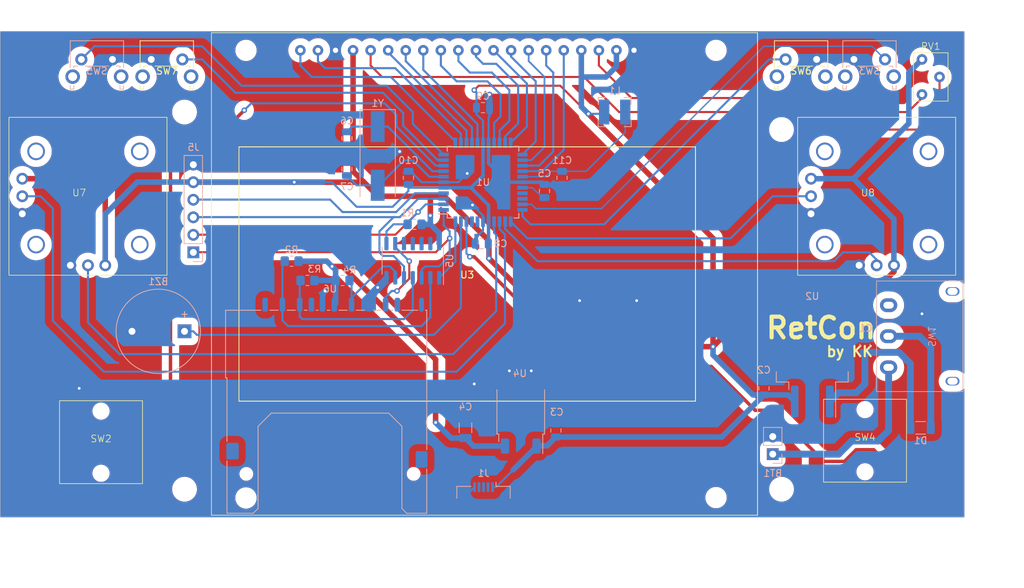
<source format=kicad_pcb>
(kicad_pcb (version 20221018) (generator pcbnew)
  (layers (0 "F.Cu" signal) (31 "B.Cu" signal) (34 "B.Paste" user) (35 "F.Paste" user) (36 "B.SilkS" user "B.Silks") (37 "F.SilkS" user "F.Silks") (38 "B.Mask" user) (39 "F.Mask" user) (44 "Edge.Cuts" user))
  (net 0 "")
  (net 1 "GND")
  (net 2 "Net-(BT1-+)")
  (net 3 "Net-(BZ1--)")
  (net 4 "Net-(D1-K)")
  (net 5 "Net-(D1-A)")
  (net 6 "+5V")
  (net 7 "+3V3")
  (net 8 "Net-(U6-CD{slash}DAT3)")
  (net 9 "Net-(U6-CMD)")
  (net 10 "Net-(U6-CLK)")
  (net 11 "Net-(U3-VEE)")
  (net 12 "Net-(U3-V0)")
  (net 13 "/SCK")
  (net 14 "Net-(U1-XTAL2)")
  (net 15 "Net-(U1-XTAL1)")
  (net 16 "/MISO")
  (net 17 "/MOSI")
  (net 18 "/CS")
  (net 19 "Net-(U1-AREF)")
  (net 22 "Net-(U6-DAT0)")
  (net 25 "Net-(U1-AVCC)")
  (net 40 "/RST")
  (net 41 "/Home")
  (net 42 "/BumperR")
  (net 43 "/Select")
  (net 44 "/BumperL")
  (net 45 "/TriggerR")
  (net 46 "/TriggerL")
  (net 47 "/LCD_CS1")
  (net 48 "/LCD_CS2")
  (net 49 "/LCD_RS")
  (net 50 "/LCD_RST")
  (net 51 "/LCD_E")
  (net 52 "/LCD_DATA0")
  (net 53 "/LCD_DATA1")
  (net 54 "/LCD_DATA2")
  (net 55 "/LCD_DATA3")
  (net 56 "/LCD_DATA4")
  (net 57 "/LCD_DATA5")
  (net 58 "/LCD_DATA6")
  (net 59 "/LCD_DATA7")
  (net 60 "/RAnalogY")
  (net 61 "/RAnalogX")
  (net 62 "/LAnalogY")
  (net 63 "/LAnalogX")
  (footprint "joystick:joystickTHT" (layer "F.Cu") (at 106.68 73.152)
    (fp_text reference "U7")
    (fp_text value "~")
  )
  (footprint "buttons:buttonSMD_withHoles" (layer "F.Cu") (at 108.57 108.76)
    (fp_text reference "SW2")
    (fp_text value "Home")
  )
  (footprint "Button_Switch_THT:SW_Tactile_SPST_Angled_PTS645Vx31-2LFS" (layer "F.Cu") (at 207.59 53.34)
    (fp_text reference "SW6")
    (fp_text value "TriggerR")
  )
  (footprint "buttons:buttonSMD_withHoles" (layer "F.Cu") (at 219.09 108.545)
    (fp_text reference "SW4")
    (fp_text value "Select")
  )
  (footprint "Holes:One_hole" (layer "F.Cu") (at 207.01 63.5)
    (fp_text reference "J1" hide)
    (fp_text value "Hole1" hide)
  )
  (footprint "Blue:potentiometer10K" (layer "F.Cu") (at 228.6 55.88 -90)
    (fp_text reference "RV1")
    (fp_text value "R_Potentiometer" hide)
  )
  (footprint "Holes:One_hole" (layer "F.Cu") (at 120.65 115.57)
    (fp_text reference "J3" hide)
    (fp_text value "Hole3" hide)
  )
  (footprint "Holes:One_hole" (layer "F.Cu") (at 207.01 115.57)
    (fp_text reference "J2" hide)
    (fp_text value "Hole2" hide)
  )
  (footprint "Holes:One_hole" (layer "F.Cu") (at 120.65 60.96)
    (fp_text reference "J4" hide)
    (fp_text value "Hole4" hide)
  )
  (footprint "Button_Switch_THT:SW_Tactile_SPST_Angled_PTS645Vx31-2LFS" (layer "F.Cu") (at 115.835 53.34)
    (fp_text reference "SW7")
    (fp_text value "TriggerL")
  )
  (footprint "joystick:joystickTHT" (layer "F.Cu") (at 220.7768 73.152)
    (fp_text reference "U8")
    (fp_text value "~")
  )
  (footprint "Blue:WG12864BL" (layer "F.Cu") (at 161.54 84.5312)
    (fp_text reference "U3")
    (fp_text value "WG12864B-STBL")
  )
  (footprint "Capacitor_SMD:C_0805_2012Metric" (layer "B.Cu") (at 144.145 69.215 -90)
    (fp_text reference "C7")
    (fp_text value "22p")
  )
  (footprint "Package_SO:SO-14_3.9x8.65mm_P1.27mm" (layer "B.Cu") (at 153.67 82.485 90)
    (fp_text reference "U5")
    (fp_text value "SN74LS07")
  )
  (footprint "USB:USBMicro-SMD" (layer "B.Cu") (at 163.9016 116.8152 180)
    (fp_text reference "J1")
    (fp_text value "USB_B_Micro" hide)
  )
  (footprint "Capacitor_SMD:C_0805_2012Metric" (layer "B.Cu") (at 163.83 60.325 180)
    (fp_text reference "C9")
    (fp_text value "100n")
  )
  (footprint "Capacitor_SMD:C_0805_2012Metric" (layer "B.Cu") (at 175.26 70.485 90)
    (fp_text reference "C11")
    (fp_text value "100n")
  )
  (footprint "Capacitor_SMD:C_0805_2012Metric" (layer "B.Cu") (at 219.075 94.808 90)
    (fp_text reference "C1")
    (fp_text value "330N")
  )
  (footprint "Package_QFP:TQFP-44_10x10mm_P0.8mm" (layer "B.Cu") (at 163.83 71.12)
    (fp_text reference "U1")
    (fp_text value "ATmega1284P-A")
  )
  (footprint "Capacitor_SMD:C_0805_2012Metric" (layer "B.Cu") (at 144.145 64.77 90)
    (fp_text reference "C6")
    (fp_text value "22p")
  )
  (footprint "Inductor_SMD:L_Bourns-SRN4018" (layer "B.Cu") (at 182.88 60.96)
    (fp_text reference "L1")
    (fp_text value "10uH")
  )
  (footprint "Crystal:Crystal_SMD_HC49-SD" (layer "B.Cu") (at 148.59 67.31 -90)
    (fp_text reference "Y1")
    (fp_text value "16Mhz")
  )
  (footprint "Resistor_SMD:R_0805_2012Metric_Pad1.20x1.40mm_HandSolder" (layer "B.Cu") (at 136.144 82.55 180)
    (fp_text reference "R2")
    (fp_text value "1K")
  )
  (footprint "Connector_PinSocket_2.54mm:PinSocket_1x02_P2.54mm_Vertical" (layer "B.Cu") (at 205.74 110.49)
    (fp_text reference "BT1")
    (fp_text value "9V battery")
  )
  (footprint "Connector_Card:SD_Kyocera_145638009511859+" (layer "B.Cu") (at 141.69 101.352 180)
    (fp_text reference "U6")
    (fp_text value "SD")
  )
  (footprint "Capacitor_SMD:C_0805_2012Metric" (layer "B.Cu") (at 163.637 80.01)
    (fp_text reference "C8")
    (fp_text value "100n")
  )
  (footprint "Button_Switch_THT:SW_Tactile_SPST_Angled_PTS645Vx31-2LFS" (layer "B.Cu") (at 110.225 53.34 180)
    (fp_text reference "SW5")
    (fp_text value "BumperL")
  )
  (footprint "Capacitor_SMD:C_1206_3216Metric" (layer "B.Cu") (at 161.29 106.68 90)
    (fp_text reference "C4")
    (fp_text value "2.2u")
  )
  (footprint "Capacitor_SMD:C_0805_2012Metric" (layer "B.Cu") (at 172.72 72.39 -90)
    (fp_text reference "C5")
    (fp_text value "100n")
  )
  (footprint "Resistor_SMD:R_0805_2012Metric_Pad1.20x1.40mm_HandSolder" (layer "B.Cu") (at 153.924 77.216 180)
    (fp_text reference "R1")
    (fp_text value "4K7")
  )
  (footprint "Capacitor_SMD:C_1206_3216Metric" (layer "B.Cu") (at 227.125 106.68)
    (fp_text reference "D1")
    (fp_text value "D")
  )
  (footprint "Buzzer_Beeper:Buzzer_12x9.5RM7.6" (layer "B.Cu") (at 120.65 92.71 180)
    (fp_text reference "BZ1")
    (fp_text value "Buzzer")
  )
  (footprint "Package_TO_SOT_SMD:TO-252-2" (layer "B.Cu") (at 169.29 104.281 90)
    (fp_text reference "U4")
    (fp_text value "LF33_TO252")
  )
  (footprint "Resistor_SMD:R_0805_2012Metric_Pad1.20x1.40mm_HandSolder" (layer "B.Cu") (at 138.43 85.344 180)
    (fp_text reference "R3")
    (fp_text value "1K")
  )
  (footprint "Package_TO_SOT_SMD:TO-263-2" (layer "B.Cu") (at 211.455 95.22 90)
    (fp_text reference "U2")
    (fp_text value "L7805")
  )
  (footprint "Capacitor_SMD:C_0805_2012Metric" (layer "B.Cu") (at 174.371 107.061 90)
    (fp_text reference "C3")
    (fp_text value "100n")
  )
  (footprint "Resistor_SMD:R_0805_2012Metric_Pad1.20x1.40mm_HandSolder" (layer "B.Cu") (at 143.51 85.344)
    (fp_text reference "R4")
    (fp_text value "1K")
  )
  (footprint "Connector_PinSocket_2.54mm:PinSocket_1x06_P2.54mm_Vertical" (layer "B.Cu") (at 121.92 81.28)
    (fp_text reference "J5")
    (fp_text value "~")
  )
  (footprint "Capacitor_SMD:C_0805_2012Metric" (layer "B.Cu") (at 204.47 100.965 90)
    (fp_text reference "C2")
    (fp_text value "100n")
  )
  (footprint "Capacitor_SMD:C_0805_2012Metric" (layer "B.Cu") (at 153.035 70.485 -90)
    (fp_text reference "C10")
    (fp_text value "100n")
  )
  (footprint "Button_Switch_THT:SW_Tactile_SPST_Angled_PTS645Vx31-2LFS" (layer "B.Cu") (at 221.985 53.34 180)
    (fp_text reference "SW3")
    (fp_text value "BumperR")
  )
  (footprint "buttons:Button_Switch" (layer "B.Cu") (at 228.25 93.425 90)
    (fp_text reference "SW1")
    (fp_text value "ON/OFF")
  )
  (gr_rect (start 93.98 49.276) (end 233.4768 119.634) (stroke (width 0.05)) (fill none) (layer "Edge.Cuts"))
  (gr_text "RetCon" (at 204.47 93.98) (layer "F.SilkS") (effects (font (size 3 3) (thickness 0.6) bold) (justify left bottom)))
  (gr_text "by KK" (at 213.36 96.52) (layer "F.SilkS") (effects (font (size 1.5 1.5) (thickness 0.3) bold) (justify left bottom)))
  (segment (start 113.04 92.71) (end 107.94 92.71) (width 0.8) (layer "F.Cu") (net 1))
  (segment (start 216.535 106.045) (end 217.805 107.315) (width 0.8) (layer "F.Cu") (net 1))
  (segment (start 214.122 75.692) (end 218.2368 79.8068) (width 0.8) (layer "F.Cu") (net 1))
  (segment (start 162.56 100.33) (end 148.59 86.36) (width 0.8) (layer "F.Cu") (net 1))
  (segment (start 217.805 107.315) (end 220.345 107.315) (width 0.8) (layer "F.Cu") (net 1))
  (segment (start 218.2368 79.8068) (end 218.2368 83.152) (width 0.8) (layer "F.Cu") (net 1))
  (segment (start 221.615 106.045) (end 226.09 106.045) (width 0.8) (layer "F.Cu") (net 1))
  (segment (start 115.57 106.26) (end 110.91 106.26) (width 0.8) (layer "F.Cu") (net 1))
  (segment (start 104.14 83.152) (end 104.14 88.91) (width 0.8) (layer "F.Cu") (net 1))
  (segment (start 220.345 107.315) (end 221.615 106.045) (width 0.8) (layer "F.Cu") (net 1))
  (segment (start 212.09 106.045) (end 216.535 106.045) (width 0.8) (layer "F.Cu") (net 1))
  (segment (start 101.092 75.692) (end 97.18 75.692) (width 0.8) (layer "F.Cu") (net 1))
  (segment (start 214.122 75.692) (end 211.2768 75.692) (width 0.8) (layer "F.Cu") (net 1))
  (segment (start 107.94 92.71) (end 104.14 88.91) (width 0.8) (layer "F.Cu") (net 1))
  (segment (start 104.14 78.74) (end 104.14 83.152) (width 0.8) (layer "F.Cu") (net 1))
  (segment (start 106.26 106.26) (end 101.57 106.26) (width 0.8) (layer "F.Cu") (net 1))
  (segment (start 109.855 107.315) (end 107.315 107.315) (width 0.8) (layer "F.Cu") (net 1))
  (segment (start 110.91 106.26) (end 109.855 107.315) (width 0.8) (layer "F.Cu") (net 1))
  (segment (start 107.315 107.315) (end 106.26 106.26) (width 0.8) (layer "F.Cu") (net 1))
  (segment (start 104.14 78.74) (end 101.092 75.692) (width 0.8) (layer "F.Cu") (net 1))
  (via (at 105.41 100.965) (size 0.8) (drill 0.4) (layers "F.Cu" "B.Cu") (net 1))
  (via (at 161.544 69.85) (size 0.8) (drill 0.4) (layers "F.Cu" "B.Cu") (net 1))
  (via (at 162.306 74.422) (size 0.8) (drill 0.4) (layers "F.Cu" "B.Cu") (net 1))
  (via (at 164.78 58.42) (size 0.8) (drill 0.4) (layers "F.Cu" "B.Cu") (net 1))
  (via (at 140.97 86.868) (size 0.8) (drill 0.4) (layers "F.Cu" "B.Cu") (net 1))
  (via (at 148.59 86.36) (size 0.8) (drill 0.4) (layers "F.Cu" "B.Cu") (net 1))
  (via (at 162.56 100.33) (size 0.8) (drill 0.4) (layers "F.Cu" "B.Cu") (net 1))
  (via (at 167.64 98.425) (size 0.8) (drill 0.4) (layers "F.Cu" "B.Cu") (net 1))
  (via (at 186.055 88.265) (size 0.8) (drill 0.4) (layers "F.Cu" "B.Cu") (net 1))
  (via (at 177.8 88.265) (size 0.8) (drill 0.4) (layers "F.Cu" "B.Cu") (net 1))
  (via (at 151.765 66.675) (size 0.8) (drill 0.4) (layers "F.Cu" "B.Cu") (net 1))
  (via (at 227.33 90.17) (size 0.8) (drill 0.4) (layers "F.Cu" "B.Cu") (net 1))
  (via (at 170.815 98.425) (size 0.8) (drill 0.4) (layers "F.Cu" "B.Cu") (net 1))
  (segment (start 210.185 107.95) (end 211.455 106.68) (width 1) (layer "B.Cu") (net 1))
  (segment (start 169.53 71.12) (end 172.4 71.12) (width 0.5) (layer "B.Cu") (net 1))
  (segment (start 164.63 68.364) (end 164.63 65.42) (width 0.5) (layer "B.Cu") (net 1))
  (segment (start 167.386 71.12) (end 164.63 68.364) (width 0.5) (layer "B.Cu") (net 1))
  (segment (start 164.78 61.595) (end 164.63 61.745) (width 0.3) (layer "B.Cu") (net 1))
  (segment (start 215.005 90.805) (end 212.09 93.72) (width 0.8) (layer "B.Cu") (net 1))
  (segment (start 162.56 100.33) (end 166.776 100.33) (width 0.8) (layer "B.Cu") (net 1))
  (segment (start 185.67 52.0192) (end 187.325 53.6742) (width 0.8) (layer "B.Cu") (net 1))
  (segment (start 164.78 58.42) (end 164.78 61.595) (width 0.3) (layer "B.Cu") (net 1))
  (segment (start 205.74 107.95) (end 210.185 107.95) (width 1) (layer "B.Cu") (net 1))
  (segment (start 147.31 87.51) (end 149.86 84.96) (width 0.8) (layer "B.Cu") (net 1))
  (segment (start 147.31 88.852) (end 147.31 87.51) (width 0.8) (layer "B.Cu") (net 1))
  (segment (start 163.83 76.82) (end 163.83 78.105) (width 0.3) (layer "B.Cu") (net 1))
  (segment (start 163.83 78.105) (end 162.687 79.248) (width 0.3) (layer "B.Cu") (net 1))
  (segment (start 211.455 106.68) (end 211.455 93.72) (width 1) (layer "B.Cu") (net 1))
  (segment (start 218.2368 87.2882) (end 214.23 91.295) (width 0.8) (layer "B.Cu") (net 1))
  (segment (start 175.255 71.44) (end 175.26 71.435) (width 0.5) (layer "B.Cu") (net 1))
  (segment (start 151.765 66.675) (end 151.13 67.31) (width 0.25) (layer "B.Cu") (net 1))
  (segment (start 172.72 71.44) (end 175.255 71.44) (width 0.5) (layer "B.Cu") (net 1))
  (segment (start 158.13 71.12) (end 154.94 71.12) (width 0.3) (layer "B.Cu") (net 1))
  (segment (start 163.83 75.946) (end 162.306 74.422) (width 0.3) (layer "B.Cu") (net 1))
  (segment (start 211.593 93.858) (end 211.455 93.72) (width 0.8) (layer "B.Cu") (net 1))
  (segment (start 167.106 105.205) (end 169.29 103.021) (width 0.8) (layer "B.Cu") (net 1))
  (segment (start 160.274 71.12) (end 161.544 69.85) (width 0.3) (layer "B.Cu") (net 1))
  (segment (start 144.145 68.265) (end 144.145 65.72) (width 0.3) (layer "B.Cu") (net 1))
  (segment (start 169.53 71.12) (end 167.386 71.12) (width 0.5) (layer "B.Cu") (net 1))
  (segment (start 164.63 61.745) (end 164.63 65.42) (width 0.3) (layer "B.Cu") (net 1))
  (segment (start 205.795 100.015) (end 212.09 93.72) (width 0.8) (layer "B.Cu") (net 1))
  (segment (start 180.025 71.435) (end 175.26 71.435) (width 0.8) (layer "B.Cu") (net 1))
  (segment (start 154.94 71.12) (end 153.355 69.535) (width 0.3) (layer "B.Cu") (net 1))
  (segment (start 151.13 67.31) (end 148.59 67.31) (width 0.25) (layer "B.Cu") (net 1))
  (segment (start 148.59 67.31) (end 144.145 67.31) (width 0.25) (layer "B.Cu") (net 1))
  (segment (start 161.29 105.205) (end 167.106 105.205) (width 0.8) (layer "B.Cu") (net 1))
  (segment (start 169.29 103.021) (end 171.281 103.021) (width 0.8) (layer "B.Cu") (net 1))
  (segment (start 160.14 117.71) (end 160.14 118.11) (width 0.3) (layer "B.Cu") (net 1))
  (segment (start 158.13 71.12) (end 160.274 71.12) (width 0.3) (layer "B.Cu") (net 1))
  (segment (start 172.4 71.12) (end 172.72 71.44) (width 0.5) (layer "B.Cu") (net 1))
  (segment (start 187.325 53.6742) (end 187.325 64.135) (width 0.8) (layer "B.Cu") (net 1))
  (segment (start 219.075 93.858) (end 211.593 93.858) (width 0.8) (layer "B.Cu") (net 1))
  (segment (start 171.281 103.021) (end 174.371 106.111) (width 0.8) (layer "B.Cu") (net 1))
  (segment (start 212.035 94.3) (end 211.455 93.72) (width 1) (layer "B.Cu") (net 1))
  (segment (start 162.59 115.26) (end 160.14 117.71) (width 0.3) (layer "B.Cu") (net 1))
  (segment (start 205.105 100.015) (end 205.795 100.015) (width 0.8) (layer "B.Cu") (net 1))
  (segment (start 140.61 88.852) (end 140.61 87.228) (width 0.8) (layer "B.Cu") (net 1))
  (segment (start 163.83 76.82) (end 163.83 75.946) (width 0.3) (layer "B.Cu") (net 1))
  (segment (start 218.2368 83.152) (end 218.2368 87.2882) (width 0.8) (layer "B.Cu") (net 1))
  (segment (start 140.61 87.228) (end 140.97 86.868) (width 0.8) (layer "B.Cu") (net 1))
  (segment (start 153.355 69.535) (end 153.035 69.535) (width 0.3) (layer "B.Cu") (net 1))
  (segment (start 187.325 64.135) (end 180.025 71.435) (width 0.8) (layer "B.Cu") (net 1))
  (segment (start 162.687 79.248) (end 162.687 80.01) (width 0.3) (layer "B.Cu") (net 1))
  (segment (start 215.265 110.49) (end 217.17 108.585) (width 1) (layer "B.Cu") (net 2))
  (segment (start 220.98 108.585) (end 222.5 107.065) (width 1) (layer "B.Cu") (net 2))
  (segment (start 217.17 108.585) (end 220.98 108.585) (width 1) (layer "B.Cu") (net 2))
  (segment (start 222.5 107.065) (end 222.5 97.925) (width 1) (layer "B.Cu") (net 2))
  (segment (start 205.74 110.49) (end 215.265 110.49) (width 1) (layer "B.Cu") (net 2))
  (segment (start 121.92 92.71) (end 120.65 92.71) (width 0.3) (layer "B.Cu") (net 3))
  (segment (start 156.718 93.218) (end 122.428 93.218) (width 0.3) (layer "B.Cu") (net 3))
  (segment (start 160.63 89.306) (end 156.718 93.218) (width 0.3) (layer "B.Cu") (net 3))
  (segment (start 160.63 76.82) (end 160.63 89.306) (width 0.3) (layer "B.Cu") (net 3))
  (segment (start 122.428 93.218) (end 121.92 92.71) (width 0.3) (layer "B.Cu") (net 3))
  (segment (start 225.65 97.38) (end 225.65 106.68) (width 1) (layer "B.Cu") (net 4))
  (segment (start 215.265 101.6) (end 217.805 101.6) (width 1) (layer "B.Cu") (net 4))
  (segment (start 217.805 101.6) (end 219.075 100.33) (width 1) (layer "B.Cu") (net 4))
  (segment (start 213.995 102.87) (end 215.265 101.6) (width 1) (layer "B.Cu") (net 4))
  (segment (start 219.075 100.33) (end 219.075 95.758) (width 1) (layer "B.Cu") (net 4))
  (segment (start 224.028 95.758) (end 219.075 95.758) (width 1) (layer "B.Cu") (net 4))
  (segment (start 225.65 97.38) (end 224.028 95.758) (width 1) (layer "B.Cu") (net 4))
  (segment (start 228.6 95.045) (end 228.6 106.68) (width 1) (layer "B.Cu") (net 5))
  (segment (start 226.98 93.425) (end 228.6 95.045) (width 1) (layer "B.Cu") (net 5))
  (segment (start 226.98 93.425) (end 222.5 93.425) (width 1) (layer "B.Cu") (net 5))
  (segment (start 145.03 69.542) (end 145.03 52.0192) (width 0.8) (layer "F.Cu") (net 6))
  (segment (start 205.674 86.36) (end 220.98 86.36) (width 0.8) (layer "F.Cu") (net 6))
  (segment (start 158.242 73.152) (end 156.21 73.152) (width 0.8) (layer "F.Cu") (net 6))
  (segment (start 223.2768 84.0632) (end 223.2768 83.152) (width 0.8) (layer "F.Cu") (net 6))
  (segment (start 109.22 71.12) (end 109.18 71.16) (width 0.8) (layer "F.Cu") (net 6))
  (segment (start 156.21 73.152) (end 148.64 73.152) (width 0.8) (layer "F.Cu") (net 6))
  (segment (start 146.558 71.12) (end 121.92 71.12) (width 0.8) (layer "F.Cu") (net 6))
  (segment (start 175.006 57.15) (end 179.07 61.214) (width 0.3) (layer "F.Cu") (net 6))
  (segment (start 164.6875 82.1375) (end 177.48 94.93) (width 0.8) (layer "F.Cu") (net 6))
  (segment (start 146.583 71.095) (end 146.558 71.12) (width 0.8) (layer "F.Cu") (net 6))
  (segment (start 197.104 94.93) (end 197.104 79.248) (width 0.8) (layer "F.Cu") (net 6))
  (segment (start 148.64 73.152) (end 146.583 71.095) (width 0.8) (layer "F.Cu") (net 6))
  (segment (start 156.21 75.946) (end 156.21 73.152) (width 0.8) (layer "F.Cu") (net 6))
  (segment (start 164.6875 79.5975) (end 158.242 73.152) (width 0.8) (layer "F.Cu") (net 6))
  (segment (start 220.98 86.36) (end 223.2768 84.0632) (width 0.8) (layer "F.Cu") (net 6))
  (segment (start 146.583 71.095) (end 145.03 69.542) (width 0.8) (layer "F.Cu") (net 6))
  (segment (start 197.104 94.93) (end 205.674 86.36) (width 0.8) (layer "F.Cu") (net 6))
  (segment (start 108.712 70.612) (end 109.22 71.12) (width 0.8) (layer "F.Cu") (net 6))
  (segment (start 108.712 70.612) (end 97.18 70.612) (width 0.8) (layer "F.Cu") (net 6))
  (segment (start 197.104 79.248) (end 179.07 61.214) (width 0.8) (layer "F.Cu") (net 6))
  (segment (start 109.18 71.16) (end 109.18 83.152) (width 0.8) (layer "F.Cu") (net 6))
  (segment (start 162.56 57.785) (end 163.195 57.15) (width 0.3) (layer "F.Cu") (net 6))
  (segment (start 177.48 94.93) (end 197.104 94.93) (width 0.8) (layer "F.Cu") (net 6))
  (segment (start 163.195 57.15) (end 175.006 57.15) (width 0.3) (layer "F.Cu") (net 6))
  (segment (start 164.6875 82.1375) (end 164.6875 79.5975) (width 0.8) (layer "F.Cu") (net 6))
  (via (at 179.07 61.214) (size 0.8) (drill 0.4) (layers "F.Cu" "B.Cu") (net 6))
  (via (at 197.104 94.93) (size 0.8) (drill 0.4) (layers "F.Cu" "B.Cu") (net 6))
  (via (at 162.56 57.785) (size 0.8) (drill 0.4) (layers "F.Cu" "B.Cu") (net 6))
  (via (at 136.525 71.12) (size 0.8) (drill 0.4) (layers "F.Cu" "B.Cu") (net 6))
  (via (at 156.21 75.946) (size 0.8) (drill 0.4) (layers "F.Cu" "B.Cu") (net 6))
  (via (at 164.6875 82.1375) (size 0.8) (drill 0.4) (layers "F.Cu" "B.Cu") (net 6))
  (segment (start 163.83 65.42) (end 163.83 70.18) (width 0.5) (layer "B.Cu") (net 6))
  (segment (start 207.96 101.915) (end 208.915 102.87) (width 0.8) (layer "B.Cu") (net 6))
  (segment (start 154.924 77.216) (end 156.21 77.216) (width 0.8) (layer "B.Cu") (net 6))
  (segment (start 178.05 55.88) (end 178.05 52.0192) (width 0.8) (layer "B.Cu") (net 6))
  (segment (start 202.88 101.915) (end 197.104 96.139) (width 0.8) (layer "B.Cu") (net 6))
  (segment (start 164.587 82.037) (end 164.6875 82.1375) (width 0.5) (layer "B.Cu") (net 6))
  (segment (start 204.47 101.915) (end 202.88 101.915) (width 0.8) (layer "B.Cu") (net 6))
  (segment (start 174.366 108.011) (end 173.104 109.273) (width 0.8) (layer "B.Cu") (net 6))
  (segment (start 225.425 55.245) (end 227.33 53.34) (width 0.8) (layer "B.Cu") (net 6))
  (segment (start 156.21 77.216) (end 157.48 78.486) (width 0.8) (layer "B.Cu") (net 6))
  (segment (start 109.18 75.732) (end 109.18 83.152) (width 0.8) (layer "B.Cu") (net 6))
  (segment (start 197.104 96.139) (end 197.104 94.93) (width 0.8) (layer "B.Cu") (net 6))
  (segment (start 178.05 57.653) (end 178.05 55.88) (width 0.8) (layer "B.Cu") (net 6))
  (segment (start 164.63 74.46) (end 162.09 71.92) (width 0.5) (layer "B.Cu") (net 6))
  (segment (start 165.712 115.26) (end 168.196 112.776) (width 0.3) (layer "B.Cu") (net 6))
  (segment (start 162.88 60.325) (end 162.88 61.28) (width 0.3) (layer "B.Cu") (net 6))
  (segment (start 150.749 74.676) (end 153.035 72.39) (width 0.3) (layer "B.Cu") (net 6))
  (segment (start 178.05 55.88) (end 181.61 55.88) (width 0.8) (layer "B.Cu") (net 6))
  (segment (start 145.542 74.676) (end 150.749 74.676) (width 0.3) (layer "B.Cu") (net 6))
  (segment (start 157.48 78.486) (end 157.48 80.01) (width 0.8) (layer "B.Cu") (net 6))
  (segment (start 162.09 71.92) (end 158.13 71.92) (width 0.5) (layer "B.Cu") (net 6))
  (segment (start 183.13 54.36) (end 183.13 52.0192) (width 0.8) (layer "B.Cu") (net 6))
  (segment (start 156.21 77.216) (end 156.21 75.946) (width 0.8) (layer "B.Cu") (net 6))
  (segment (start 163.83 70.18) (end 162.09 71.92) (width 0.5) (layer "B.Cu") (net 6))
  (segment (start 164.587 80.01) (end 164.587 82.037) (width 0.5) (layer "B.Cu") (net 6))
  (segment (start 223.266 76.454) (end 223.266 83.312) (width 0.8) (layer "B.Cu") (net 6))
  (segment (start 174.371 108.011) (end 198.374 108.011) (width 0.8) (layer "B.Cu") (net 6))
  (segment (start 181.61 55.88) (end 183.13 54.36) (width 0.8) (layer "B.Cu") (net 6))
  (segment (start 178.055 57.658) (end 178.05 57.653) (width 0.8) (layer "B.Cu") (net 6))
  (segment (start 140.691 71.095) (end 136.55 71.095) (width 0.8) (layer "B.Cu") (net 6))
  (segment (start 164.63 76.82) (end 164.63 74.46) (width 0.5) (layer "B.Cu") (net 6))
  (segment (start 204.47 101.915) (end 207.96 101.915) (width 0.8) (layer "B.Cu") (net 6))
  (segment (start 136.525 71.12) (end 136.5 71.095) (width 0.8) (layer "B.Cu") (net 6))
  (segment (start 217.424 70.612) (end 225.425 62.611) (width 0.8) (layer "B.Cu") (net 6))
  (segment (start 217.424 70.612) (end 211.2768 70.612) (width 0.8) (layer "B.Cu") (net 6))
  (segment (start 153.035 72.39) (end 153.035 71.435) (width 0.3) (layer "B.Cu") (net 6))
  (segment (start 225.425 62.611) (end 225.425 55.245) (width 0.8) (layer "B.Cu") (net 6))
  (segment (start 162.88 60.325) (end 162.88 58.105) (width 0.3) (layer "B.Cu") (net 6))
  (segment (start 171.699 109.273) (end 173.104 109.273) (width 0.8) (layer "B.Cu") (net 6))
  (segment (start 171.699 109.273) (end 168.196 112.776) (width 0.8) (layer "B.Cu") (net 6))
  (segment (start 217.424 70.612) (end 223.266 76.454) (width 0.8) (layer "B.Cu") (net 6))
  (segment (start 153.2 71.92) (end 158.13 71.92) (width 0.3) (layer "B.Cu") (net 6))
  (segment (start 198.374 108.011) (end 204.47 101.915) (width 0.8) (layer "B.Cu") (net 6))
  (segment (start 136.5 71.095) (end 113.817 71.095) (width 0.8) (layer "B.Cu") (net 6))
  (segment (start 181.101 61.214) (end 181.355 60.96) (width 0.3) (layer "B.Cu") (net 6))
  (segment (start 179.07 61.214) (end 178.055 60.199) (width 0.8) (layer "B.Cu") (net 6))
  (segment (start 140.716 71.12) (end 141.986 71.12) (width 0.3) (layer "B.Cu") (net 6))
  (segment (start 162.88 61.28) (end 163.83 62.23) (width 0.3) (layer "B.Cu") (net 6))
  (segment (start 162.88 58.105) (end 162.56 57.785) (width 0.3) (layer "B.Cu") (net 6))
  (segment (start 136.55 71.095) (end 136.525 71.12) (width 0.8) (layer "B.Cu") (net 6))
  (segment (start 153.035 71.435) (end 153.035 71.755) (width 0.3) (layer "B.Cu") (net 6))
  (segment (start 174.371 108.011) (end 174.366 108.011) (width 0.8) (layer "B.Cu") (net 6))
  (segment (start 179.07 61.214) (end 181.101 61.214) (width 0.3) (layer "B.Cu") (net 6))
  (segment (start 178.055 60.199) (end 178.055 57.658) (width 0.8) (layer "B.Cu") (net 6))
  (segment (start 165.19 115.26) (end 165.712 115.26) (width 0.3) (layer "B.Cu") (net 6))
  (segment (start 113.817 71.095) (end 109.18 75.732) (width 0.8) (layer "B.Cu") (net 6))
  (segment (start 153.035 71.755) (end 153.2 71.92) (width 0.3) (layer "B.Cu") (net 6))
  (segment (start 140.691 71.095) (end 140.716 71.12) (width 0.3) (layer "B.Cu") (net 6))
  (segment (start 163.83 62.23) (end 163.83 65.42) (width 0.3) (layer "B.Cu") (net 6))
  (segment (start 141.986 71.12) (end 145.542 74.676) (width 0.3) (layer "B.Cu") (net 6))
  (segment (start 164.63 76.82) (end 164.63 79.967) (width 0.5) (layer "B.Cu") (net 6))
  (segment (start 156.972 96.774) (end 143.51 83.312) (width 0.8) (layer "F.Cu") (net 7))
  (segment (start 143.51 83.312) (end 141.986 83.312) (width 0.8) (layer "F.Cu") (net 7))
  (segment (start 156.972 96.774) (end 156.972 105.918) (width 0.8) (layer "F.Cu") (net 7))
  (via (at 141.986 83.312) (size 0.8) (drill 0.4) (layers "F.Cu" "B.Cu") (net 7))
  (via (at 156.972 105.918) (size 0.8) (drill 0.4) (layers "F.Cu" "B.Cu") (net 7))
  (segment (start 142.51 85.344) (end 142.51 83.836) (width 0.8) (layer "B.Cu") (net 7))
  (segment (start 159.209 108.155) (end 156.972 105.918) (width 0.8) (layer "B.Cu") (net 7))
  (segment (start 142.51 88.652) (end 142.51 85.344) (width 0.8) (layer "B.Cu") (net 7))
  (segment (start 162.456 109.321) (end 161.29 108.155) (width 0.8) (layer "B.Cu") (net 7))
  (segment (start 141.986 83.312) (end 141.224 82.55) (width 0.8) (layer "B.Cu") (net 7))
  (segment (start 142.51 83.836) (end 141.986 83.312) (width 0.8) (layer "B.Cu") (net 7))
  (segment (start 161.29 108.155) (end 159.209 108.155) (width 0.8) (layer "B.Cu") (net 7))
  (segment (start 167.01 109.321) (end 162.456 109.321) (width 0.8) (layer "B.Cu") (net 7))
  (segment (start 141.224 82.55) (end 137.144 82.55) (width 0.8) (layer "B.Cu") (net 7))
  (segment (start 142.31 88.852) (end 142.51 88.652) (width 0.8) (layer "B.Cu") (net 7))
  (segment (start 139.43 85.344) (end 142.51 85.344) (width 0.8) (layer "B.Cu") (net 7))
  (segment (start 135.636 91.948) (end 154.94 91.948) (width 0.3) (layer "B.Cu") (net 8))
  (segment (start 134.81 82.884) (end 134.81 88.852) (width 0.3) (layer "B.Cu") (net 8))
  (segment (start 154.94 91.948) (end 156.21 90.678) (width 0.3) (layer "B.Cu") (net 8))
  (segment (start 134.81 91.122) (end 135.636 91.948) (width 0.3) (layer "B.Cu") (net 8))
  (segment (start 134.81 88.852) (end 134.81 91.122) (width 0.3) (layer "B.Cu") (net 8))
  (segment (start 135.144 82.55) (end 134.81 82.884) (width 0.3) (layer "B.Cu") (net 8))
  (segment (start 156.21 90.678) (end 156.21 84.96) (width 0.3) (layer "B.Cu") (net 8))
  (segment (start 137.31 88.852) (end 137.31 90.574) (width 0.3) (layer "B.Cu") (net 9))
  (segment (start 153.67 89.662) (end 153.67 84.96) (width 0.3) (layer "B.Cu") (net 9))
  (segment (start 137.31 90.574) (end 137.668 90.932) (width 0.3) (layer "B.Cu") (net 9))
  (segment (start 152.4 90.932) (end 153.67 89.662) (width 0.3) (layer "B.Cu") (net 9))
  (segment (start 137.43 85.344) (end 137.31 85.464) (width 0.3) (layer "B.Cu") (net 9))
  (segment (start 137.668 90.932) (end 152.4 90.932) (width 0.3) (layer "B.Cu") (net 9))
  (segment (start 137.31 85.464) (end 137.31 88.852) (width 0.3) (layer "B.Cu") (net 9))
  (segment (start 144.81 85.898) (end 144.764 85.852) (width 0.3) (layer "B.Cu") (net 10))
  (segment (start 151.13 84.96) (end 151.13 84.074) (width 0.3) (layer "B.Cu") (net 10))
  (segment (start 151.13 84.074) (end 150.368 83.312) (width 0.3) (layer "B.Cu") (net 10))
  (segment (start 149.352 83.312) (end 144.81 87.854) (width 0.3) (layer "B.Cu") (net 10))
  (segment (start 150.368 83.312) (end 149.352 83.312) (width 0.3) (layer "B.Cu") (net 10))
  (segment (start 144.81 87.854) (end 144.81 88.852) (width 0.3) (layer "B.Cu") (net 10))
  (segment (start 144.81 88.852) (end 144.81 85.898) (width 0.3) (layer "B.Cu") (net 10))
  (segment (start 185.293 58.928) (end 180.59 54.225) (width 0.3) (layer "F.Cu") (net 11))
  (segment (start 211.074 60.96) (end 209.042 58.928) (width 0.3) (layer "F.Cu") (net 11))
  (segment (start 227.33 58.928) (end 225.298 60.96) (width 0.3) (layer "F.Cu") (net 11))
  (segment (start 180.59 54.225) (end 180.59 52.0192) (width 0.3) (layer "F.Cu") (net 11))
  (segment (start 209.042 58.928) (end 185.293 58.928) (width 0.3) (layer "F.Cu") (net 11))
  (segment (start 227.33 58.42) (end 227.33 58.928) (width 0.3) (layer "F.Cu") (net 11))
  (segment (start 225.298 60.96) (end 211.074 60.96) (width 0.3) (layer "F.Cu") (net 11))
  (segment (start 227.584 63.5) (end 211.836 63.5) (width 0.3) (layer "F.Cu") (net 12))
  (segment (start 211.836 63.5) (end 209.296 60.96) (width 0.3) (layer "F.Cu") (net 12))
  (segment (start 178.435 55.88) (end 149.225 55.88) (width 0.3) (layer "F.Cu") (net 12))
  (segment (start 149.225 55.88) (end 147.57 54.225) (width 0.3) (layer "F.Cu") (net 12))
  (segment (start 229.87 55.88) (end 229.87 61.214) (width 0.3) (layer "F.Cu") (net 12))
  (segment (start 183.515 60.96) (end 178.435 55.88) (width 0.3) (layer "F.Cu") (net 12))
  (segment (start 209.296 60.96) (end 183.515 60.96) (width 0.3) (layer "F.Cu") (net 12))
  (segment (start 229.87 61.214) (end 227.584 63.5) (width 0.3) (layer "F.Cu") (net 12))
  (segment (start 147.57 54.225) (end 147.57 52.0192) (width 0.3) (layer "F.Cu") (net 12))
  (segment (start 150.901 76.175) (end 151.79 76.175) (width 0.3) (layer "B.Cu") (net 13))
  (segment (start 151.79 76.175) (end 154.445 73.52) (width 0.3) (layer "B.Cu") (net 13))
  (segment (start 121.945 76.175) (end 150.901 76.175) (width 0.3) (layer "B.Cu") (net 13))
  (segment (start 154.445 73.52) (end 158.13 73.52) (width 0.3) (layer "B.Cu") (net 13))
  (segment (start 148.844 81.28) (end 148.844 78.232) (width 0.3) (layer "B.Cu") (net 13))
  (segment (start 152.4 83.312) (end 150.876 81.788) (width 0.3) (layer "B.Cu") (net 13))
  (segment (start 152.4 84.96) (end 152.4 83.312) (width 0.3) (layer "B.Cu") (net 13))
  (segment (start 150.876 81.788) (end 149.352 81.788) (width 0.3) (layer "B.Cu") (net 13))
  (segment (start 149.352 81.788) (end 148.844 81.28) (width 0.3) (layer "B.Cu") (net 13))
  (segment (start 148.844 78.232) (end 150.901 76.175) (width 0.3) (layer "B.Cu") (net 13))
  (segment (start 153.67 67.945) (end 152.4 67.945) (width 0.3) (layer "B.Cu") (net 14))
  (segment (start 158.13 70.32) (end 156.045 70.32) (width 0.3) (layer "B.Cu") (net 14))
  (segment (start 152.4 67.945) (end 148.785 71.56) (width 0.3) (layer "B.Cu") (net 14))
  (segment (start 144.145 70.165) (end 145.54 71.56) (width 0.3) (layer "B.Cu") (net 14))
  (segment (start 148.785 71.56) (end 148.59 71.56) (width 0.3) (layer "B.Cu") (net 14))
  (segment (start 156.045 70.32) (end 153.67 67.945) (width 0.3) (layer "B.Cu") (net 14))
  (segment (start 145.54 71.56) (end 148.59 71.56) (width 0.3) (layer "B.Cu") (net 14))
  (segment (start 156.515 69.52) (end 150.055 63.06) (width 0.3) (layer "B.Cu") (net 15))
  (segment (start 150.055 63.06) (end 148.59 63.06) (width 0.3) (layer "B.Cu") (net 15))
  (segment (start 158.13 69.52) (end 156.515 69.52) (width 0.3) (layer "B.Cu") (net 15))
  (segment (start 144.905 63.06) (end 148.59 63.06) (width 0.3) (layer "B.Cu") (net 15))
  (segment (start 144.145 63.82) (end 144.905 63.06) (width 0.3) (layer "B.Cu") (net 15))
  (segment (start 151.155 78.715) (end 121.945 78.715) (width 0.3) (layer "F.Cu") (net 16))
  (segment (start 154.432 75.438) (end 151.155 78.715) (width 0.3) (layer "F.Cu") (net 16))
  (via (at 154.432 75.438) (size 0.8) (drill 0.4) (layers "F.Cu" "B.Cu") (net 16))
  (segment (start 149.86 80.01) (end 149.86 78.232) (width 0.3) (layer "B.Cu") (net 16))
  (segment (start 152.924 76.946) (end 155.55 74.32) (width 0.3) (layer "B.Cu") (net 16))
  (segment (start 155.55 74.32) (end 158.13 74.32) (width 0.3) (layer "B.Cu") (net 16))
  (segment (start 152.924 77.216) (end 152.924 76.946) (width 0.3) (layer "B.Cu") (net 16))
  (segment (start 150.876 77.216) (end 152.924 77.216) (width 0.3) (layer "B.Cu") (net 16))
  (segment (start 149.86 78.232) (end 150.876 77.216) (width 0.3) (layer "B.Cu") (net 16))
  (segment (start 156.997 81.255) (end 159.004 79.248) (width 0.3) (layer "F.Cu") (net 17))
  (segment (start 121.945 81.255) (end 156.997 81.255) (width 0.3) (layer "F.Cu") (net 17))
  (via (at 159.004 79.248) (size 0.8) (drill 0.4) (layers "F.Cu" "B.Cu") (net 17))
  (segment (start 159.004 78.232) (end 158.13 77.358) (width 0.3) (layer "B.Cu") (net 17))
  (segment (start 157.48 83.312) (end 159.004 81.788) (width 0.3) (layer "B.Cu") (net 17))
  (segment (start 159.004 79.248) (end 159.004 78.232) (width 0.3) (layer "B.Cu") (net 17))
  (segment (start 154.94 84.96) (end 154.94 83.82) (width 0.3) (layer "B.Cu") (net 17))
  (segment (start 159.004 81.788) (end 159.004 79.248) (width 0.3) (layer "B.Cu") (net 17))
  (segment (start 158.13 77.358) (end 158.13 75.12) (width 0.3) (layer "B.Cu") (net 17))
  (segment (start 155.448 83.312) (end 157.48 83.312) (width 0.3) (layer "B.Cu") (net 17))
  (segment (start 154.94 83.82) (end 155.448 83.312) (width 0.3) (layer "B.Cu") (net 17))
  (segment (start 157.48 84.96) (end 159.83 82.61) (width 0.3) (layer "B.Cu") (net 18))
  (segment (start 159.83 82.61) (end 159.83 76.82) (width 0.3) (layer "B.Cu") (net 18))
  (segment (start 170.98 71.92) (end 172.4 73.34) (width 0.2) (layer "B.Cu") (net 19))
  (segment (start 172.4 73.34) (end 172.72 73.34) (width 0.2) (layer "B.Cu") (net 19))
  (segment (start 169.53 71.92) (end 170.98 71.92) (width 0.2) (layer "B.Cu") (net 19))
  (segment (start 153.162 82.55) (end 153.162 85.09) (width 0.3) (layer "F.Cu") (net 22))
  (segment (start 153.162 85.09) (end 151.384 86.868) (width 0.3) (layer "F.Cu") (net 22))
  (via (at 151.384 86.868) (size 0.8) (drill 0.4) (layers "F.Cu" "B.Cu") (net 22))
  (via (at 153.162 82.55) (size 0.8) (drill 0.4) (layers "F.Cu" "B.Cu") (net 22))
  (segment (start 150.622 86.868) (end 149.74 87.75) (width 0.3) (layer "B.Cu") (net 22))
  (segment (start 151.13 80.518) (end 153.162 82.55) (width 0.3) (layer "B.Cu") (net 22))
  (segment (start 151.384 86.868) (end 150.622 86.868) (width 0.3) (layer "B.Cu") (net 22))
  (segment (start 151.13 80.01) (end 151.13 80.518) (width 0.3) (layer "B.Cu") (net 22))
  (segment (start 149.74 87.75) (end 149.74 88.852) (width 0.3) (layer "B.Cu") (net 22))
  (segment (start 169.53 70.32) (end 172.885 70.32) (width 0.2) (layer "B.Cu") (net 25))
  (segment (start 184.405 63.88) (end 184.405 60.96) (width 0.2) (layer "B.Cu") (net 25))
  (segment (start 175.26 69.535) (end 178.75 69.535) (width 0.2) (layer "B.Cu") (net 25))
  (segment (start 172.885 70.32) (end 173.67 69.535) (width 0.2) (layer "B.Cu") (net 25))
  (segment (start 173.67 69.535) (end 175.26 69.535) (width 0.2) (layer "B.Cu") (net 25))
  (segment (start 178.75 69.535) (end 184.405 63.88) (width 0.2) (layer "B.Cu") (net 25))
  (segment (start 143.51 75.438) (end 151.257 75.438) (width 0.3) (layer "B.Cu") (net 40))
  (segment (start 141.707 73.635) (end 143.51 75.438) (width 0.3) (layer "B.Cu") (net 40))
  (segment (start 151.257 75.438) (end 153.975 72.72) (width 0.3) (layer "B.Cu") (net 40))
  (segment (start 153.975 72.72) (end 158.13 72.72) (width 0.3) (layer "B.Cu") (net 40))
  (segment (start 121.945 73.635) (end 141.707 73.635) (width 0.3) (layer "B.Cu") (net 40))
  (segment (start 107.315 110.49) (end 106.045 111.76) (width 0.5) (layer "F.Cu") (net 41))
  (segment (start 115.57 111.76) (end 111.125 111.76) (width 0.5) (layer "F.Cu") (net 41))
  (segment (start 111.125 111.76) (end 109.855 110.49) (width 0.5) (layer "F.Cu") (net 41))
  (segment (start 129.286 60.706) (end 124.968 65.024) (width 0.5) (layer "F.Cu") (net 41))
  (segment (start 106.045 111.76) (end 101.57 111.76) (width 0.5) (layer "F.Cu") (net 41))
  (segment (start 118.618 108.712) (end 115.57 111.76) (width 0.5) (layer "F.Cu") (net 41))
  (segment (start 124.968 65.024) (end 119.38 65.024) (width 0.5) (layer "F.Cu") (net 41))
  (segment (start 109.855 110.49) (end 107.315 110.49) (width 0.5) (layer "F.Cu") (net 41))
  (segment (start 119.38 65.024) (end 118.618 65.786) (width 0.5) (layer "F.Cu") (net 41))
  (segment (start 118.618 65.786) (end 118.618 108.712) (width 0.5) (layer "F.Cu") (net 41))
  (via (at 129.286 60.706) (size 0.8) (drill 0.4) (layers "F.Cu" "B.Cu") (net 41))
  (segment (start 151.3205 63.0555) (end 151.3205 61.4045) (width 0.3) (layer "B.Cu") (net 41))
  (segment (start 149.606 59.69) (end 130.302 59.69) (width 0.3) (layer "B.Cu") (net 41))
  (segment (start 156.985 68.72) (end 151.3205 63.0555) (width 0.3) (layer "B.Cu") (net 41))
  (segment (start 158.13 68.72) (end 156.985 68.72) (width 0.3) (layer "B.Cu") (net 41))
  (segment (start 130.302 59.69) (end 129.286 60.706) (width 0.3) (layer "B.Cu") (net 41))
  (segment (start 151.3205 61.4045) (end 149.606 59.69) (width 0.3) (layer "B.Cu") (net 41))
  (segment (start 204.47 51.435) (end 220.08 51.435) (width 0.2) (layer "B.Cu") (net 42))
  (segment (start 180.975 74.93) (end 204.47 51.435) (width 0.2) (layer "B.Cu") (net 42))
  (segment (start 170.84 74.32) (end 171.45 74.93) (width 0.2) (layer "B.Cu") (net 42))
  (segment (start 169.53 74.32) (end 170.84 74.32) (width 0.2) (layer "B.Cu") (net 42))
  (segment (start 220.08 51.435) (end 221.985 53.34) (width 0.2) (layer "B.Cu") (net 42))
  (segment (start 171.45 74.93) (end 180.975 74.93) (width 0.2) (layer "B.Cu") (net 42))
  (segment (start 196.85 97.79) (end 203.2 104.14) (width 0.5) (layer "F.Cu") (net 43))
  (segment (start 212.09 111.545) (end 216.115 111.545) (width 0.5) (layer "F.Cu") (net 43))
  (segment (start 220.345 109.855) (end 222.035 111.545) (width 0.5) (layer "F.Cu") (net 43))
  (segment (start 205.74 104.14) (end 212.09 110.49) (width 0.5) (layer "F.Cu") (net 43))
  (segment (start 178.435 97.79) (end 196.85 97.79) (width 0.5) (layer "F.Cu") (net 43))
  (segment (start 216.115 111.545) (end 217.805 109.855) (width 0.5) (layer "F.Cu") (net 43))
  (segment (start 162.56 81.915) (end 178.435 97.79) (width 0.5) (layer "F.Cu") (net 43))
  (segment (start 222.035 111.545) (end 226.09 111.545) (width 0.5) (layer "F.Cu") (net 43))
  (segment (start 217.805 109.855) (end 220.345 109.855) (width 0.5) (layer "F.Cu") (net 43))
  (segment (start 212.09 110.49) (end 212.09 111.545) (width 0.5) (layer "F.Cu") (net 43))
  (segment (start 203.2 104.14) (end 205.74 104.14) (width 0.5) (layer "F.Cu") (net 43))
  (segment (start 161.925 81.915) (end 162.56 81.915) (width 0.5) (layer "F.Cu") (net 43))
  (via (at 161.925 81.915) (size 0.8) (drill 0.4) (layers "F.Cu" "B.Cu") (net 43))
  (segment (start 161.925 81.915) (end 161.43 81.42) (width 0.3) (layer "B.Cu") (net 43))
  (segment (start 161.43 81.42) (end 161.43 76.82) (width 0.3) (layer "B.Cu") (net 43))
  (segment (start 107.63 51.435) (end 105.725 53.34) (width 0.3) (layer "B.Cu") (net 44))
  (segment (start 153.67 60.96) (end 149.86 57.15) (width 0.3) (layer "B.Cu") (net 44))
  (segment (start 153.67 62.66) (end 153.67 60.96) (width 0.3) (layer "B.Cu") (net 44))
  (segment (start 128.905 57.15) (end 123.19 51.435) (width 0.3) (layer "B.Cu") (net 44))
  (segment (start 158.13 67.12) (end 153.67 62.66) (width 0.3) (layer "B.Cu") (net 44))
  (segment (start 123.19 51.435) (end 107.63 51.435) (width 0.3) (layer "B.Cu") (net 44))
  (segment (start 149.86 57.15) (end 128.905 57.15) (width 0.3) (layer "B.Cu") (net 44))
  (segment (start 170.688 77.216) (end 181.356 77.216) (width 0.3) (layer "B.Cu") (net 45))
  (segment (start 169.53 76.058) (end 170.688 77.216) (width 0.3) (layer "B.Cu") (net 45))
  (segment (start 169.53 75.12) (end 169.53 76.058) (width 0.3) (layer "B.Cu") (net 45))
  (segment (start 181.356 77.216) (end 205.232 53.34) (width 0.3) (layer "B.Cu") (net 45))
  (segment (start 205.232 53.34) (end 207.59 53.34) (width 0.3) (layer "B.Cu") (net 45))
  (segment (start 149.352 58.166) (end 128.016 58.166) (width 0.3) (layer "B.Cu") (net 46))
  (segment (start 158.13 67.92) (end 157.2675 67.92) (width 0.3) (layer "B.Cu") (net 46))
  (segment (start 123.19 53.34) (end 120.335 53.34) (width 0.3) (layer "B.Cu") (net 46))
  (segment (start 152.273 61.087) (end 149.352 58.166) (width 0.3) (layer "B.Cu") (net 46))
  (segment (start 157.2675 67.92) (end 152.273 62.9255) (width 0.3) (layer "B.Cu") (net 46))
  (segment (start 152.273 62.9255) (end 152.273 61.087) (width 0.3) (layer "B.Cu") (net 46))
  (segment (start 128.016 58.166) (end 123.19 53.34) (width 0.3) (layer "B.Cu") (net 46))
  (segment (start 137.41 54.225) (end 137.41 52.0192) (width 0.3) (layer "B.Cu") (net 47))
  (segment (start 150.495 55.88) (end 139.065 55.88) (width 0.3) (layer "B.Cu") (net 47))
  (segment (start 159.83 65.215) (end 150.495 55.88) (width 0.3) (layer "B.Cu") (net 47))
  (segment (start 139.065 55.88) (end 137.41 54.225) (width 0.3) (layer "B.Cu") (net 47))
  (segment (start 159.83 65.42) (end 159.83 65.215) (width 0.3) (layer "B.Cu") (net 47))
  (segment (start 151.13 54.61) (end 140.97 54.61) (width 0.3) (layer "B.Cu") (net 48))
  (segment (start 160.63 65.42) (end 160.63 64.11) (width 0.3) (layer "B.Cu") (net 48))
  (segment (start 160.63 64.11) (end 151.13 54.61) (width 0.3) (layer "B.Cu") (net 48))
  (segment (start 140.97 54.61) (end 139.95 53.59) (width 0.3) (layer "B.Cu") (net 48))
  (segment (start 139.95 53.59) (end 139.95 52.0192) (width 0.3) (layer "B.Cu") (net 48))
  (segment (start 150.11 52.32) (end 150.11 52.0192) (width 0.3) (layer "B.Cu") (net 49))
  (segment (start 161.43 63.64) (end 150.11 52.32) (width 0.3) (layer "B.Cu") (net 49))
  (segment (start 161.43 65.42) (end 161.43 63.64) (width 0.3) (layer "B.Cu") (net 49))
  (segment (start 162.23 65.42) (end 162.23 63.17) (width 0.3) (layer "B.Cu") (net 50))
  (segment (start 162.23 63.17) (end 152.65 53.59) (width 0.3) (layer "B.Cu") (net 50))
  (segment (start 152.65 53.59) (end 152.65 52.0192) (width 0.3) (layer "B.Cu") (net 50))
  (segment (start 163.03 62.7) (end 155.19 54.86) (width 0.3) (layer "B.Cu") (net 51))
  (segment (start 155.19 54.86) (end 155.19 52.0192) (width 0.3) (layer "B.Cu") (net 51))
  (segment (start 163.03 65.42) (end 163.03 62.7) (width 0.3) (layer "B.Cu") (net 51))
  (segment (start 164.465 56.515) (end 160.02 56.515) (width 0.3) (layer "B.Cu") (net 52))
  (segment (start 160.02 56.515) (end 157.73 54.225) (width 0.3) (layer "B.Cu") (net 52))
  (segment (start 165.43 62.535) (end 166.37 61.595) (width 0.3) (layer "B.Cu") (net 52))
  (segment (start 166.37 58.42) (end 164.465 56.515) (width 0.3) (layer "B.Cu") (net 52))
  (segment (start 166.37 61.595) (end 166.37 58.42) (width 0.3) (layer "B.Cu") (net 52))
  (segment (start 157.73 54.225) (end 157.73 52.0192) (width 0.3) (layer "B.Cu") (net 52))
  (segment (start 165.43 65.42) (end 165.43 62.535) (width 0.3) (layer "B.Cu") (net 52))
  (segment (start 160.27 53.59) (end 160.27 52.0192) (width 0.3) (layer "B.Cu") (net 53))
  (segment (start 167.64 62.23) (end 167.64 57.785) (width 0.3) (layer "B.Cu") (net 53))
  (segment (start 167.64 57.785) (end 165.1 55.245) (width 0.3) (layer "B.Cu") (net 53))
  (segment (start 166.23 65.42) (end 166.23 63.64) (width 0.3) (layer "B.Cu") (net 53))
  (segment (start 166.23 63.64) (end 167.64 62.23) (width 0.3) (layer "B.Cu") (net 53))
  (segment (start 165.1 55.245) (end 161.925 55.245) (width 0.3) (layer "B.Cu") (net 53))
  (segment (start 161.925 55.245) (end 160.27 53.59) (width 0.3) (layer "B.Cu") (net 53))
  (segment (start 165.735 53.975) (end 163.83 53.975) (width 0.3) (layer "B.Cu") (net 54))
  (segment (start 167.03 65.42) (end 167.03 64.495) (width 0.3) (layer "B.Cu") (net 54))
  (segment (start 163.83 53.975) (end 162.81 52.955) (width 0.3) (layer "B.Cu") (net 54))
  (segment (start 162.81 52.955) (end 162.81 52.0192) (width 0.3) (layer "B.Cu") (net 54))
  (segment (start 168.91 62.615) (end 168.91 57.15) (width 0.3) (layer "B.Cu") (net 54))
  (segment (start 167.03 64.495) (end 168.91 62.615) (width 0.3) (layer "B.Cu") (net 54))
  (segment (start 168.91 57.15) (end 165.735 53.975) (width 0.3) (layer "B.Cu") (net 54))
  (segment (start 170.18 56.8492) (end 165.35 52.0192) (width 0.3) (layer "B.Cu") (net 55))
  (segment (start 167.83 65.42) (end 170.18 63.07) (width 0.3) (layer "B.Cu") (net 55))
  (segment (start 170.18 63.07) (end 170.18 56.8492) (width 0.3) (layer "B.Cu") (net 55))
  (segment (start 167.89 52.955) (end 167.89 52.0192) (width 0.3) (layer "B.Cu") (net 56))
  (segment (start 171.45 56.515) (end 167.89 52.955) (width 0.3) (layer "B.Cu") (net 56))
  (segment (start 171.45 65.2) (end 171.45 56.515) (width 0.3) (layer "B.Cu") (net 56))
  (segment (start 169.53 67.12) (end 171.45 65.2) (width 0.3) (layer "B.Cu") (net 56))
  (segment (start 169.53 67.92) (end 170.84 67.92) (width 0.25) (layer "B.Cu") (net 57))
  (segment (start 172.72 66.04) (end 172.72 55.88) (width 0.25) (layer "B.Cu") (net 57))
  (segment (start 170.84 67.92) (end 172.72 66.04) (width 0.25) (layer "B.Cu") (net 57))
  (segment (start 172.72 55.88) (end 170.43 53.59) (width 0.25) (layer "B.Cu") (net 57))
  (segment (start 170.43 53.59) (end 170.43 52.0192) (width 0.25) (layer "B.Cu") (net 57))
  (segment (start 173.99 55.245) (end 172.97 54.225) (width 0.3) (layer "B.Cu") (net 58))
  (segment (start 172.97 54.225) (end 172.97 52.0192) (width 0.3) (layer "B.Cu") (net 58))
  (segment (start 173.99 66.675) (end 173.99 55.245) (width 0.3) (layer "B.Cu") (net 58))
  (segment (start 169.53 68.72) (end 171.945 68.72) (width 0.3) (layer "B.Cu") (net 58))
  (segment (start 171.945 68.72) (end 173.99 66.675) (width 0.3) (layer "B.Cu") (net 58))
  (segment (start 169.53 69.52) (end 172.415 69.52) (width 0.3) (layer "B.Cu") (net 59))
  (segment (start 172.415 69.52) (end 175.51 66.425) (width 0.3) (layer "B.Cu") (net 59))
  (segment (start 175.51 66.425) (end 175.51 52.0192) (width 0.3) (layer "B.Cu") (net 59))
  (segment (start 205.74 73.152) (end 211.2768 73.152) (width 0.3) (layer "B.Cu") (net 60))
  (segment (start 170.258 79.248) (end 199.644 79.248) (width 0.3) (layer "B.Cu") (net 60))
  (segment (start 199.644 79.248) (end 205.74 73.152) (width 0.3) (layer "B.Cu") (net 60))
  (segment (start 167.83 76.82) (end 170.258 79.248) (width 0.3) (layer "B.Cu") (net 60))
  (segment (start 214.63 82.55) (end 171.71 82.55) (width 0.3) (layer "B.Cu") (net 61))
  (segment (start 220.7768 83.152) (end 220.7768 82.3468) (width 0.3) (layer "B.Cu") (net 61))
  (segment (start 167.03 77.87) (end 167.03 76.82) (width 0.3) (layer "B.Cu") (net 61))
  (segment (start 220.7768 82.3468) (end 219.71 81.28) (width 0.3) (layer "B.Cu") (net 61))
  (segment (start 171.71 82.55) (end 167.03 77.87) (width 0.3) (layer "B.Cu") (net 61))
  (segment (start 215.9 81.28) (end 214.63 82.55) (width 0.3) (layer "B.Cu") (net 61))
  (segment (start 219.71 81.28) (end 215.9 81.28) (width 0.3) (layer "B.Cu") (net 61))
  (segment (start 166.23 76.82) (end 166.23 77.918026) (width 0.3) (layer "B.Cu") (net 62))
  (segment (start 167.005 91.567) (end 160.02 98.552) (width 0.3) (layer "B.Cu") (net 62))
  (segment (start 101.6 91.186) (end 101.6 74.93) (width 0.3) (layer "B.Cu") (net 62))
  (segment (start 167.005 78.693026) (end 167.005 91.567) (width 0.3) (layer "B.Cu") (net 62))
  (segment (start 101.6 74.93) (end 99.822 73.152) (width 0.3) (layer "B.Cu") (net 62))
  (segment (start 108.966 98.552) (end 101.6 91.186) (width 0.3) (layer "B.Cu") (net 62))
  (segment (start 160.02 98.552) (end 108.966 98.552) (width 0.3) (layer "B.Cu") (net 62))
  (segment (start 99.822 73.152) (end 97.18 73.152) (width 0.3) (layer "B.Cu") (net 62))
  (segment (start 166.23 77.918026) (end 167.005 78.693026) (width 0.3) (layer "B.Cu") (net 62))
  (segment (start 165.43 78.435) (end 165.735 78.74) (width 0.3) (layer "B.Cu") (net 63))
  (segment (start 165.735 89.789) (end 159.512 96.012) (width 0.3) (layer "B.Cu") (net 63))
  (segment (start 165.43 76.82) (end 165.43 78.435) (width 0.3) (layer "B.Cu") (net 63))
  (segment (start 165.735 78.74) (end 165.735 89.789) (width 0.3) (layer "B.Cu") (net 63))
  (segment (start 106.68 91.44) (end 106.68 83.152) (width 0.3) (layer "B.Cu") (net 63))
  (segment (start 159.512 96.012) (end 111.252 96.012) (width 0.3) (layer "B.Cu") (net 63))
  (segment (start 111.252 96.012) (end 106.68 91.44) (width 0.3) (layer "B.Cu") (net 63))
  (zone (net 1) (net_name "GND") (layer "F.Cu") (connect_pads yes (clearance 1)) (min_thickness 0.25) (fill yes (thermal_gap 0.5) (thermal_bridge_width 0.5))
    (polygon (pts (xy 233.5022 49.276) (xy 233.5022 119.634) (xy 93.98 119.634) (xy 93.98 49.276)))
  )
  (zone (net 1) (net_name "GND") (layer "B.Cu") (priority 1) (connect_pads yes (clearance 1)) (min_thickness 0.25) (fill yes (thermal_gap 0.5) (thermal_bridge_width 0.5))
    (polygon (pts (xy 233.5022 49.276) (xy 233.5022 119.634) (xy 93.98 119.634) (xy 93.98 49.276)))
  )
)
</source>
